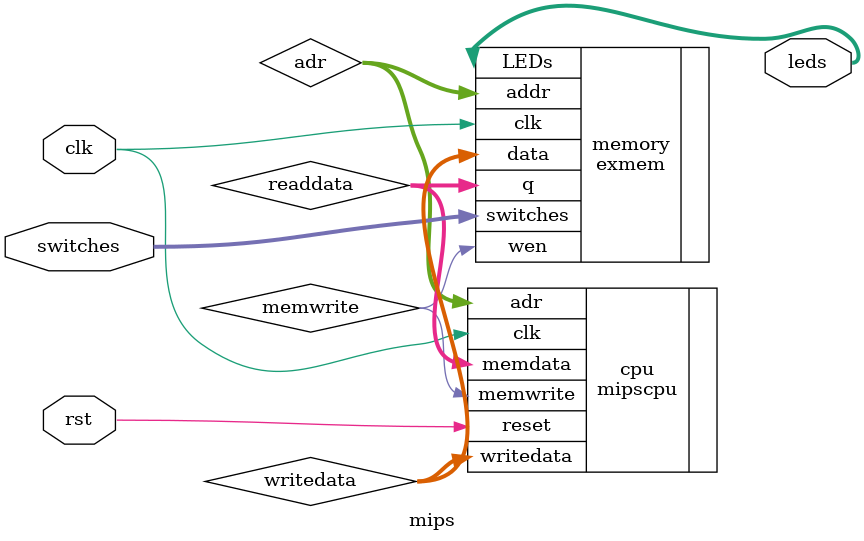
<source format=v>
/*
* The top-level module of the design. It interfaces with the board's clock, switches, LEDs, and a push button to implement a reset command.
* This model does no work but rather instantiates the CPU (mipscpu-orig.v) and external memory (exmem.v) that does all the work.
*/
module mips(input clk, input rst, input [7:0] switches, output [7:0] leds);
wire memwrite;
wire [7:0] adr;
wire [7:0] writedata;
wire [7:0] readdata;

mipscpu cpu ( .clk(clk), .reset(rst),
 .memdata(readdata), .memwrite(memwrite), .adr(adr), .writedata(writedata));
exmem memory ( .switches(switches), .data(writedata),
 .addr(adr), .wen(memwrite), .clk(clk), .q(readdata), .LEDs(leds));

endmodule 
</source>
